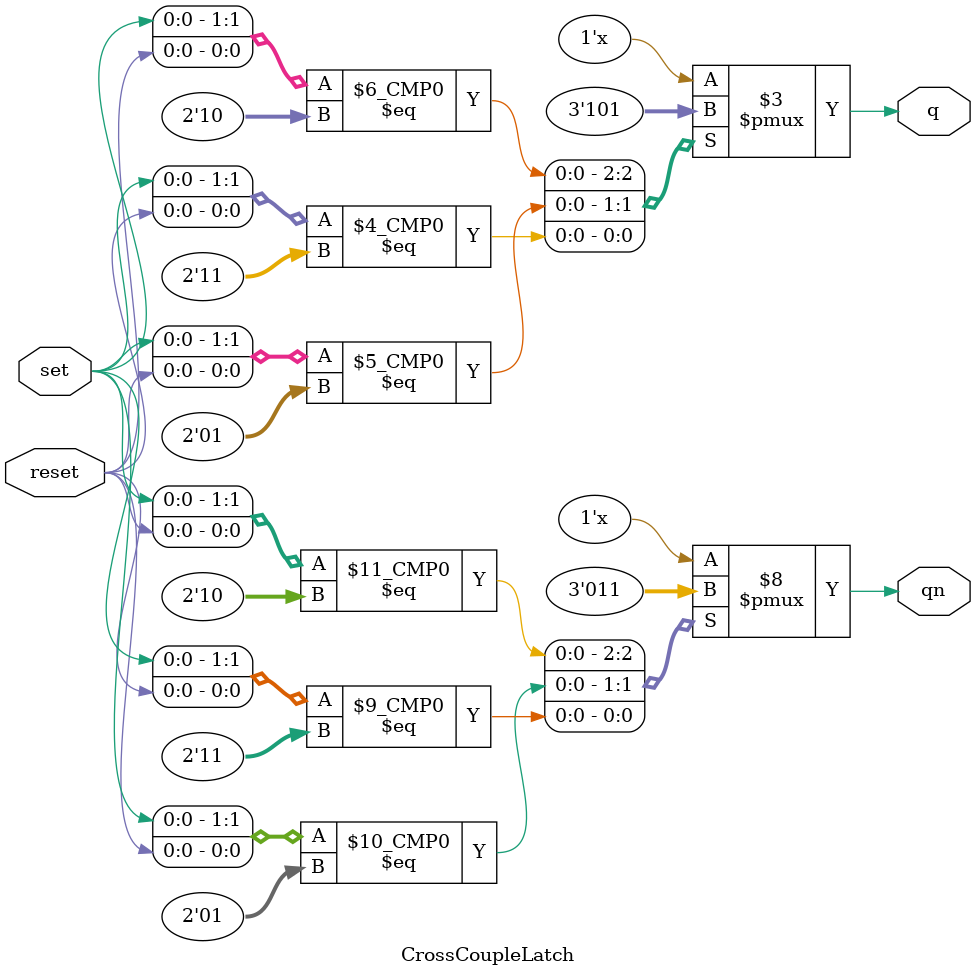
<source format=sv>
module CrossCoupleLatch (
    input set, reset,
    output reg q, qn
);
always @* begin
    case({set, reset})
        2'b10: {q, qn} = 2'b10;
        2'b01: {q, qn} = 2'b01;
        2'b11: {q, qn} = 2'b11;
    endcase
end
endmodule
</source>
